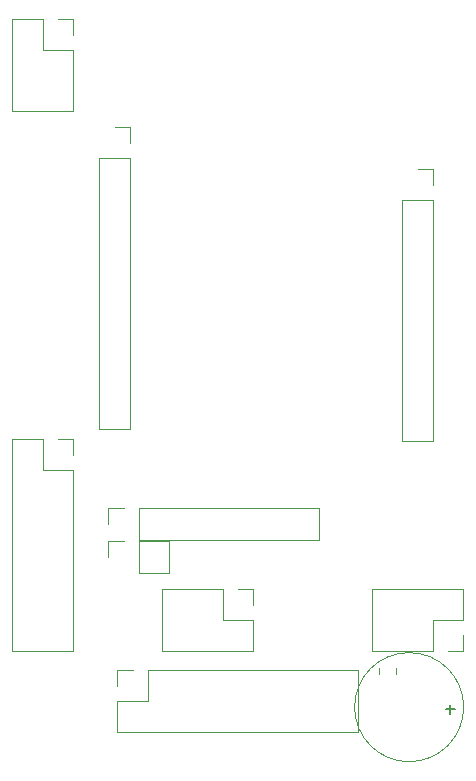
<source format=gbr>
%TF.GenerationSoftware,KiCad,Pcbnew,(5.1.7)-1*%
%TF.CreationDate,2023-01-25T18:34:39-07:00*%
%TF.ProjectId,AMPE32T30,414d5045-3332-4543-9330-2e6b69636164,rev?*%
%TF.SameCoordinates,PX76efc10PY4dffc60*%
%TF.FileFunction,Legend,Top*%
%TF.FilePolarity,Positive*%
%FSLAX46Y46*%
G04 Gerber Fmt 4.6, Leading zero omitted, Abs format (unit mm)*
G04 Created by KiCad (PCBNEW (5.1.7)-1) date 2023-01-25 18:34:39*
%MOMM*%
%LPD*%
G01*
G04 APERTURE LIST*
%ADD10C,0.120000*%
%ADD11C,0.150000*%
G04 APERTURE END LIST*
D10*
%TO.C,J6*%
X11176000Y15942000D02*
X11176000Y18602000D01*
X11176000Y15942000D02*
X13776000Y15942000D01*
X13776000Y15942000D02*
X13776000Y18602000D01*
X11176000Y18602000D02*
X13776000Y18602000D01*
X8576000Y18602000D02*
X9906000Y18602000D01*
X8576000Y17272000D02*
X8576000Y18602000D01*
%TO.C,BZ1*%
X38688000Y4572000D02*
G75*
G03*
X38688000Y4572000I-4620000J0D01*
G01*
%TO.C,J5*%
X9338000Y2480000D02*
X9338000Y5080000D01*
X9338000Y2480000D02*
X29778000Y2480000D01*
X29778000Y2480000D02*
X29778000Y7680000D01*
X11938000Y7680000D02*
X29778000Y7680000D01*
X11938000Y5080000D02*
X11938000Y7680000D01*
X9338000Y5080000D02*
X11938000Y5080000D01*
X9338000Y7680000D02*
X10668000Y7680000D01*
X9338000Y6350000D02*
X9338000Y7680000D01*
%TO.C,J7*%
X448000Y27238000D02*
X3048000Y27238000D01*
X448000Y27238000D02*
X448000Y9338000D01*
X448000Y9338000D02*
X5648000Y9338000D01*
X5648000Y24638000D02*
X5648000Y9338000D01*
X3048000Y24638000D02*
X5648000Y24638000D01*
X3048000Y27238000D02*
X3048000Y24638000D01*
X5648000Y27238000D02*
X5648000Y25908000D01*
X4318000Y27238000D02*
X5648000Y27238000D01*
%TO.C,J8*%
X34798000Y50098000D02*
X36128000Y50098000D01*
X36128000Y50098000D02*
X36128000Y48768000D01*
X36128000Y47498000D02*
X36128000Y27118000D01*
X33468000Y27118000D02*
X36128000Y27118000D01*
X33468000Y47498000D02*
X33468000Y27118000D01*
X33468000Y47498000D02*
X36128000Y47498000D01*
%TO.C,J11*%
X9144000Y53654000D02*
X10474000Y53654000D01*
X10474000Y53654000D02*
X10474000Y52324000D01*
X10474000Y51054000D02*
X10474000Y28134000D01*
X7814000Y28134000D02*
X10474000Y28134000D01*
X7814000Y51054000D02*
X7814000Y28134000D01*
X7814000Y51054000D02*
X10474000Y51054000D01*
%TO.C,J3*%
X38668000Y14538000D02*
X38668000Y11938000D01*
X38668000Y14538000D02*
X30928000Y14538000D01*
X30928000Y14538000D02*
X30928000Y9338000D01*
X36068000Y9338000D02*
X30928000Y9338000D01*
X36068000Y11938000D02*
X36068000Y9338000D01*
X38668000Y11938000D02*
X36068000Y11938000D01*
X38668000Y9338000D02*
X37338000Y9338000D01*
X38668000Y10668000D02*
X38668000Y9338000D01*
%TO.C,J2*%
X20888000Y14538000D02*
X20888000Y13208000D01*
X19558000Y14538000D02*
X20888000Y14538000D01*
X20888000Y11938000D02*
X20888000Y9338000D01*
X18288000Y11938000D02*
X20888000Y11938000D01*
X18288000Y14538000D02*
X18288000Y11938000D01*
X20888000Y9338000D02*
X13148000Y9338000D01*
X18288000Y14538000D02*
X13148000Y14538000D01*
X13148000Y14538000D02*
X13148000Y9338000D01*
%TO.C,R3*%
X31523000Y7847064D02*
X31523000Y7392936D01*
X32993000Y7847064D02*
X32993000Y7392936D01*
%TO.C,J4*%
X8576000Y20066000D02*
X8576000Y21396000D01*
X8576000Y21396000D02*
X9906000Y21396000D01*
X11176000Y21396000D02*
X26476000Y21396000D01*
X26476000Y18736000D02*
X26476000Y21396000D01*
X11176000Y18736000D02*
X26476000Y18736000D01*
X11176000Y18736000D02*
X11176000Y21396000D01*
%TO.C,J1*%
X4318000Y62798000D02*
X5648000Y62798000D01*
X5648000Y62798000D02*
X5648000Y61468000D01*
X3048000Y62798000D02*
X3048000Y60198000D01*
X3048000Y60198000D02*
X5648000Y60198000D01*
X5648000Y60198000D02*
X5648000Y55058000D01*
X448000Y55058000D02*
X5648000Y55058000D01*
X448000Y62798000D02*
X448000Y55058000D01*
X448000Y62798000D02*
X3048000Y62798000D01*
%TD*%
%TO.C,BZ1*%
D11*
X37187047Y4400572D02*
X37948952Y4400572D01*
X37568000Y4019620D02*
X37568000Y4781524D01*
%TD*%
M02*

</source>
